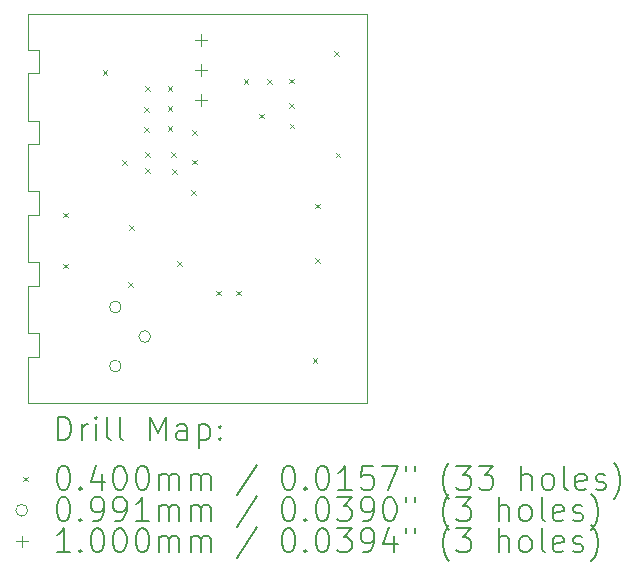
<source format=gbr>
%FSLAX45Y45*%
G04 Gerber Fmt 4.5, Leading zero omitted, Abs format (unit mm)*
G04 Created by KiCad (PCBNEW (6.0.1)) date 2022-06-08 13:51:18*
%MOMM*%
%LPD*%
G01*
G04 APERTURE LIST*
%TA.AperFunction,Profile*%
%ADD10C,0.100000*%
%TD*%
%ADD11C,0.200000*%
%ADD12C,0.040000*%
%ADD13C,0.099060*%
%ADD14C,0.100000*%
G04 APERTURE END LIST*
D10*
X12790000Y-7490000D02*
X12790000Y-7190000D01*
X12790000Y-9290000D02*
X12880000Y-9290000D01*
X12880000Y-9890000D02*
X12880000Y-10090000D01*
X12790000Y-7190000D02*
X15659400Y-7190000D01*
X12790000Y-8690000D02*
X12790000Y-8290000D01*
X12880000Y-8090000D02*
X12880000Y-8290000D01*
X12880000Y-9290000D02*
X12880000Y-9490000D01*
X12790000Y-9890000D02*
X12880000Y-9890000D01*
X15659400Y-7190000D02*
X15659400Y-10480000D01*
X12880000Y-7490000D02*
X12880000Y-7690000D01*
X12880000Y-8690000D02*
X12880000Y-8890000D01*
X12790000Y-10480000D02*
X12790000Y-10090000D01*
X12790000Y-8090000D02*
X12880000Y-8090000D01*
X12790000Y-9290000D02*
X12790000Y-8890000D01*
X12880000Y-8290000D02*
X12790000Y-8290000D01*
X12790000Y-8090000D02*
X12790000Y-7690000D01*
X12790000Y-7490000D02*
X12880000Y-7490000D01*
X12880000Y-7690000D02*
X12790000Y-7690000D01*
X12790000Y-9890000D02*
X12790000Y-9490000D01*
X12880000Y-8890000D02*
X12790000Y-8890000D01*
X15659400Y-10480000D02*
X12790000Y-10480000D01*
X12880000Y-10090000D02*
X12790000Y-10090000D01*
X12880000Y-9490000D02*
X12790000Y-9490000D01*
X12790000Y-8690000D02*
X12880000Y-8690000D01*
D11*
D12*
X13086400Y-8870000D02*
X13126400Y-8910000D01*
X13126400Y-8870000D02*
X13086400Y-8910000D01*
X13086400Y-9301800D02*
X13126400Y-9341800D01*
X13126400Y-9301800D02*
X13086400Y-9341800D01*
X13421000Y-7660000D02*
X13461000Y-7700000D01*
X13461000Y-7660000D02*
X13421000Y-7700000D01*
X13585000Y-8425000D02*
X13625000Y-8465000D01*
X13625000Y-8425000D02*
X13585000Y-8465000D01*
X13635000Y-9455000D02*
X13675000Y-9495000D01*
X13675000Y-9455000D02*
X13635000Y-9495000D01*
X13642000Y-8976000D02*
X13682000Y-9016000D01*
X13682000Y-8976000D02*
X13642000Y-9016000D01*
X13775000Y-7975000D02*
X13815000Y-8015000D01*
X13815000Y-7975000D02*
X13775000Y-8015000D01*
X13775000Y-8145000D02*
X13815000Y-8185000D01*
X13815000Y-8145000D02*
X13775000Y-8185000D01*
X13780000Y-7800000D02*
X13820000Y-7840000D01*
X13820000Y-7800000D02*
X13780000Y-7840000D01*
X13780000Y-8360000D02*
X13820000Y-8400000D01*
X13820000Y-8360000D02*
X13780000Y-8400000D01*
X13780000Y-8490000D02*
X13820000Y-8530000D01*
X13820000Y-8490000D02*
X13780000Y-8530000D01*
X13970000Y-7800000D02*
X14010000Y-7840000D01*
X14010000Y-7800000D02*
X13970000Y-7840000D01*
X13970000Y-7970000D02*
X14010000Y-8010000D01*
X14010000Y-7970000D02*
X13970000Y-8010000D01*
X13970000Y-8140000D02*
X14010000Y-8180000D01*
X14010000Y-8140000D02*
X13970000Y-8180000D01*
X14000000Y-8360000D02*
X14040000Y-8400000D01*
X14040000Y-8360000D02*
X14000000Y-8400000D01*
X14010000Y-8500000D02*
X14050000Y-8540000D01*
X14050000Y-8500000D02*
X14010000Y-8540000D01*
X14052000Y-9279000D02*
X14092000Y-9319000D01*
X14092000Y-9279000D02*
X14052000Y-9319000D01*
X14170000Y-8680000D02*
X14210000Y-8720000D01*
X14210000Y-8680000D02*
X14170000Y-8720000D01*
X14180000Y-8170000D02*
X14220000Y-8210000D01*
X14220000Y-8170000D02*
X14180000Y-8210000D01*
X14180000Y-8420000D02*
X14220000Y-8460000D01*
X14220000Y-8420000D02*
X14180000Y-8460000D01*
X14381800Y-9530400D02*
X14421800Y-9570400D01*
X14421800Y-9530400D02*
X14381800Y-9570400D01*
X14550000Y-9530000D02*
X14590000Y-9570000D01*
X14590000Y-9530000D02*
X14550000Y-9570000D01*
X14615000Y-7737000D02*
X14655000Y-7777000D01*
X14655000Y-7737000D02*
X14615000Y-7777000D01*
X14747600Y-8031800D02*
X14787600Y-8071800D01*
X14787600Y-8031800D02*
X14747600Y-8071800D01*
X14815000Y-7737000D02*
X14855000Y-7777000D01*
X14855000Y-7737000D02*
X14815000Y-7777000D01*
X14999000Y-7735000D02*
X15039000Y-7775000D01*
X15039000Y-7735000D02*
X14999000Y-7775000D01*
X15000000Y-7945000D02*
X15040000Y-7985000D01*
X15040000Y-7945000D02*
X15000000Y-7985000D01*
X15005000Y-8115000D02*
X15045000Y-8155000D01*
X15045000Y-8115000D02*
X15005000Y-8155000D01*
X15197500Y-10102500D02*
X15237500Y-10142500D01*
X15237500Y-10102500D02*
X15197500Y-10142500D01*
X15220000Y-8793800D02*
X15260000Y-8833800D01*
X15260000Y-8793800D02*
X15220000Y-8833800D01*
X15222000Y-9254000D02*
X15262000Y-9294000D01*
X15262000Y-9254000D02*
X15222000Y-9294000D01*
X15382000Y-7502000D02*
X15422000Y-7542000D01*
X15422000Y-7502000D02*
X15382000Y-7542000D01*
X15393000Y-8361000D02*
X15433000Y-8401000D01*
X15433000Y-8361000D02*
X15393000Y-8401000D01*
D13*
X13576980Y-9668100D02*
G75*
G03*
X13576980Y-9668100I-49530J0D01*
G01*
X13576980Y-10168100D02*
G75*
G03*
X13576980Y-10168100I-49530J0D01*
G01*
X13826980Y-9918100D02*
G75*
G03*
X13826980Y-9918100I-49530J0D01*
G01*
D14*
X14256500Y-7360500D02*
X14256500Y-7460500D01*
X14206500Y-7410500D02*
X14306500Y-7410500D01*
X14256500Y-7614500D02*
X14256500Y-7714500D01*
X14206500Y-7664500D02*
X14306500Y-7664500D01*
X14256500Y-7868500D02*
X14256500Y-7968500D01*
X14206500Y-7918500D02*
X14306500Y-7918500D01*
D11*
X13042619Y-10795476D02*
X13042619Y-10595476D01*
X13090238Y-10595476D01*
X13118809Y-10605000D01*
X13137857Y-10624048D01*
X13147381Y-10643095D01*
X13156905Y-10681190D01*
X13156905Y-10709762D01*
X13147381Y-10747857D01*
X13137857Y-10766905D01*
X13118809Y-10785952D01*
X13090238Y-10795476D01*
X13042619Y-10795476D01*
X13242619Y-10795476D02*
X13242619Y-10662143D01*
X13242619Y-10700238D02*
X13252143Y-10681190D01*
X13261667Y-10671667D01*
X13280714Y-10662143D01*
X13299762Y-10662143D01*
X13366428Y-10795476D02*
X13366428Y-10662143D01*
X13366428Y-10595476D02*
X13356905Y-10605000D01*
X13366428Y-10614524D01*
X13375952Y-10605000D01*
X13366428Y-10595476D01*
X13366428Y-10614524D01*
X13490238Y-10795476D02*
X13471190Y-10785952D01*
X13461667Y-10766905D01*
X13461667Y-10595476D01*
X13595000Y-10795476D02*
X13575952Y-10785952D01*
X13566428Y-10766905D01*
X13566428Y-10595476D01*
X13823571Y-10795476D02*
X13823571Y-10595476D01*
X13890238Y-10738333D01*
X13956905Y-10595476D01*
X13956905Y-10795476D01*
X14137857Y-10795476D02*
X14137857Y-10690714D01*
X14128333Y-10671667D01*
X14109286Y-10662143D01*
X14071190Y-10662143D01*
X14052143Y-10671667D01*
X14137857Y-10785952D02*
X14118809Y-10795476D01*
X14071190Y-10795476D01*
X14052143Y-10785952D01*
X14042619Y-10766905D01*
X14042619Y-10747857D01*
X14052143Y-10728810D01*
X14071190Y-10719286D01*
X14118809Y-10719286D01*
X14137857Y-10709762D01*
X14233095Y-10662143D02*
X14233095Y-10862143D01*
X14233095Y-10671667D02*
X14252143Y-10662143D01*
X14290238Y-10662143D01*
X14309286Y-10671667D01*
X14318809Y-10681190D01*
X14328333Y-10700238D01*
X14328333Y-10757381D01*
X14318809Y-10776429D01*
X14309286Y-10785952D01*
X14290238Y-10795476D01*
X14252143Y-10795476D01*
X14233095Y-10785952D01*
X14414048Y-10776429D02*
X14423571Y-10785952D01*
X14414048Y-10795476D01*
X14404524Y-10785952D01*
X14414048Y-10776429D01*
X14414048Y-10795476D01*
X14414048Y-10671667D02*
X14423571Y-10681190D01*
X14414048Y-10690714D01*
X14404524Y-10681190D01*
X14414048Y-10671667D01*
X14414048Y-10690714D01*
D12*
X12745000Y-11105000D02*
X12785000Y-11145000D01*
X12785000Y-11105000D02*
X12745000Y-11145000D01*
D11*
X13080714Y-11015476D02*
X13099762Y-11015476D01*
X13118809Y-11025000D01*
X13128333Y-11034524D01*
X13137857Y-11053571D01*
X13147381Y-11091667D01*
X13147381Y-11139286D01*
X13137857Y-11177381D01*
X13128333Y-11196428D01*
X13118809Y-11205952D01*
X13099762Y-11215476D01*
X13080714Y-11215476D01*
X13061667Y-11205952D01*
X13052143Y-11196428D01*
X13042619Y-11177381D01*
X13033095Y-11139286D01*
X13033095Y-11091667D01*
X13042619Y-11053571D01*
X13052143Y-11034524D01*
X13061667Y-11025000D01*
X13080714Y-11015476D01*
X13233095Y-11196428D02*
X13242619Y-11205952D01*
X13233095Y-11215476D01*
X13223571Y-11205952D01*
X13233095Y-11196428D01*
X13233095Y-11215476D01*
X13414048Y-11082143D02*
X13414048Y-11215476D01*
X13366428Y-11005952D02*
X13318809Y-11148810D01*
X13442619Y-11148810D01*
X13556905Y-11015476D02*
X13575952Y-11015476D01*
X13595000Y-11025000D01*
X13604524Y-11034524D01*
X13614048Y-11053571D01*
X13623571Y-11091667D01*
X13623571Y-11139286D01*
X13614048Y-11177381D01*
X13604524Y-11196428D01*
X13595000Y-11205952D01*
X13575952Y-11215476D01*
X13556905Y-11215476D01*
X13537857Y-11205952D01*
X13528333Y-11196428D01*
X13518809Y-11177381D01*
X13509286Y-11139286D01*
X13509286Y-11091667D01*
X13518809Y-11053571D01*
X13528333Y-11034524D01*
X13537857Y-11025000D01*
X13556905Y-11015476D01*
X13747381Y-11015476D02*
X13766428Y-11015476D01*
X13785476Y-11025000D01*
X13795000Y-11034524D01*
X13804524Y-11053571D01*
X13814048Y-11091667D01*
X13814048Y-11139286D01*
X13804524Y-11177381D01*
X13795000Y-11196428D01*
X13785476Y-11205952D01*
X13766428Y-11215476D01*
X13747381Y-11215476D01*
X13728333Y-11205952D01*
X13718809Y-11196428D01*
X13709286Y-11177381D01*
X13699762Y-11139286D01*
X13699762Y-11091667D01*
X13709286Y-11053571D01*
X13718809Y-11034524D01*
X13728333Y-11025000D01*
X13747381Y-11015476D01*
X13899762Y-11215476D02*
X13899762Y-11082143D01*
X13899762Y-11101190D02*
X13909286Y-11091667D01*
X13928333Y-11082143D01*
X13956905Y-11082143D01*
X13975952Y-11091667D01*
X13985476Y-11110714D01*
X13985476Y-11215476D01*
X13985476Y-11110714D02*
X13995000Y-11091667D01*
X14014048Y-11082143D01*
X14042619Y-11082143D01*
X14061667Y-11091667D01*
X14071190Y-11110714D01*
X14071190Y-11215476D01*
X14166428Y-11215476D02*
X14166428Y-11082143D01*
X14166428Y-11101190D02*
X14175952Y-11091667D01*
X14195000Y-11082143D01*
X14223571Y-11082143D01*
X14242619Y-11091667D01*
X14252143Y-11110714D01*
X14252143Y-11215476D01*
X14252143Y-11110714D02*
X14261667Y-11091667D01*
X14280714Y-11082143D01*
X14309286Y-11082143D01*
X14328333Y-11091667D01*
X14337857Y-11110714D01*
X14337857Y-11215476D01*
X14728333Y-11005952D02*
X14556905Y-11263095D01*
X14985476Y-11015476D02*
X15004524Y-11015476D01*
X15023571Y-11025000D01*
X15033095Y-11034524D01*
X15042619Y-11053571D01*
X15052143Y-11091667D01*
X15052143Y-11139286D01*
X15042619Y-11177381D01*
X15033095Y-11196428D01*
X15023571Y-11205952D01*
X15004524Y-11215476D01*
X14985476Y-11215476D01*
X14966428Y-11205952D01*
X14956905Y-11196428D01*
X14947381Y-11177381D01*
X14937857Y-11139286D01*
X14937857Y-11091667D01*
X14947381Y-11053571D01*
X14956905Y-11034524D01*
X14966428Y-11025000D01*
X14985476Y-11015476D01*
X15137857Y-11196428D02*
X15147381Y-11205952D01*
X15137857Y-11215476D01*
X15128333Y-11205952D01*
X15137857Y-11196428D01*
X15137857Y-11215476D01*
X15271190Y-11015476D02*
X15290238Y-11015476D01*
X15309286Y-11025000D01*
X15318809Y-11034524D01*
X15328333Y-11053571D01*
X15337857Y-11091667D01*
X15337857Y-11139286D01*
X15328333Y-11177381D01*
X15318809Y-11196428D01*
X15309286Y-11205952D01*
X15290238Y-11215476D01*
X15271190Y-11215476D01*
X15252143Y-11205952D01*
X15242619Y-11196428D01*
X15233095Y-11177381D01*
X15223571Y-11139286D01*
X15223571Y-11091667D01*
X15233095Y-11053571D01*
X15242619Y-11034524D01*
X15252143Y-11025000D01*
X15271190Y-11015476D01*
X15528333Y-11215476D02*
X15414048Y-11215476D01*
X15471190Y-11215476D02*
X15471190Y-11015476D01*
X15452143Y-11044048D01*
X15433095Y-11063095D01*
X15414048Y-11072619D01*
X15709286Y-11015476D02*
X15614048Y-11015476D01*
X15604524Y-11110714D01*
X15614048Y-11101190D01*
X15633095Y-11091667D01*
X15680714Y-11091667D01*
X15699762Y-11101190D01*
X15709286Y-11110714D01*
X15718809Y-11129762D01*
X15718809Y-11177381D01*
X15709286Y-11196428D01*
X15699762Y-11205952D01*
X15680714Y-11215476D01*
X15633095Y-11215476D01*
X15614048Y-11205952D01*
X15604524Y-11196428D01*
X15785476Y-11015476D02*
X15918809Y-11015476D01*
X15833095Y-11215476D01*
X15985476Y-11015476D02*
X15985476Y-11053571D01*
X16061667Y-11015476D02*
X16061667Y-11053571D01*
X16356905Y-11291667D02*
X16347381Y-11282143D01*
X16328333Y-11253571D01*
X16318809Y-11234524D01*
X16309286Y-11205952D01*
X16299762Y-11158333D01*
X16299762Y-11120238D01*
X16309286Y-11072619D01*
X16318809Y-11044048D01*
X16328333Y-11025000D01*
X16347381Y-10996429D01*
X16356905Y-10986905D01*
X16414048Y-11015476D02*
X16537857Y-11015476D01*
X16471190Y-11091667D01*
X16499762Y-11091667D01*
X16518809Y-11101190D01*
X16528333Y-11110714D01*
X16537857Y-11129762D01*
X16537857Y-11177381D01*
X16528333Y-11196428D01*
X16518809Y-11205952D01*
X16499762Y-11215476D01*
X16442619Y-11215476D01*
X16423571Y-11205952D01*
X16414048Y-11196428D01*
X16604524Y-11015476D02*
X16728333Y-11015476D01*
X16661667Y-11091667D01*
X16690238Y-11091667D01*
X16709286Y-11101190D01*
X16718809Y-11110714D01*
X16728333Y-11129762D01*
X16728333Y-11177381D01*
X16718809Y-11196428D01*
X16709286Y-11205952D01*
X16690238Y-11215476D01*
X16633095Y-11215476D01*
X16614048Y-11205952D01*
X16604524Y-11196428D01*
X16966429Y-11215476D02*
X16966429Y-11015476D01*
X17052143Y-11215476D02*
X17052143Y-11110714D01*
X17042619Y-11091667D01*
X17023571Y-11082143D01*
X16995000Y-11082143D01*
X16975952Y-11091667D01*
X16966429Y-11101190D01*
X17175952Y-11215476D02*
X17156905Y-11205952D01*
X17147381Y-11196428D01*
X17137857Y-11177381D01*
X17137857Y-11120238D01*
X17147381Y-11101190D01*
X17156905Y-11091667D01*
X17175952Y-11082143D01*
X17204524Y-11082143D01*
X17223571Y-11091667D01*
X17233095Y-11101190D01*
X17242619Y-11120238D01*
X17242619Y-11177381D01*
X17233095Y-11196428D01*
X17223571Y-11205952D01*
X17204524Y-11215476D01*
X17175952Y-11215476D01*
X17356905Y-11215476D02*
X17337857Y-11205952D01*
X17328333Y-11186905D01*
X17328333Y-11015476D01*
X17509286Y-11205952D02*
X17490238Y-11215476D01*
X17452143Y-11215476D01*
X17433095Y-11205952D01*
X17423571Y-11186905D01*
X17423571Y-11110714D01*
X17433095Y-11091667D01*
X17452143Y-11082143D01*
X17490238Y-11082143D01*
X17509286Y-11091667D01*
X17518810Y-11110714D01*
X17518810Y-11129762D01*
X17423571Y-11148810D01*
X17595000Y-11205952D02*
X17614048Y-11215476D01*
X17652143Y-11215476D01*
X17671190Y-11205952D01*
X17680714Y-11186905D01*
X17680714Y-11177381D01*
X17671190Y-11158333D01*
X17652143Y-11148810D01*
X17623571Y-11148810D01*
X17604524Y-11139286D01*
X17595000Y-11120238D01*
X17595000Y-11110714D01*
X17604524Y-11091667D01*
X17623571Y-11082143D01*
X17652143Y-11082143D01*
X17671190Y-11091667D01*
X17747381Y-11291667D02*
X17756905Y-11282143D01*
X17775952Y-11253571D01*
X17785476Y-11234524D01*
X17795000Y-11205952D01*
X17804524Y-11158333D01*
X17804524Y-11120238D01*
X17795000Y-11072619D01*
X17785476Y-11044048D01*
X17775952Y-11025000D01*
X17756905Y-10996429D01*
X17747381Y-10986905D01*
D13*
X12785000Y-11389000D02*
G75*
G03*
X12785000Y-11389000I-49530J0D01*
G01*
D11*
X13080714Y-11279476D02*
X13099762Y-11279476D01*
X13118809Y-11289000D01*
X13128333Y-11298524D01*
X13137857Y-11317571D01*
X13147381Y-11355667D01*
X13147381Y-11403286D01*
X13137857Y-11441381D01*
X13128333Y-11460428D01*
X13118809Y-11469952D01*
X13099762Y-11479476D01*
X13080714Y-11479476D01*
X13061667Y-11469952D01*
X13052143Y-11460428D01*
X13042619Y-11441381D01*
X13033095Y-11403286D01*
X13033095Y-11355667D01*
X13042619Y-11317571D01*
X13052143Y-11298524D01*
X13061667Y-11289000D01*
X13080714Y-11279476D01*
X13233095Y-11460428D02*
X13242619Y-11469952D01*
X13233095Y-11479476D01*
X13223571Y-11469952D01*
X13233095Y-11460428D01*
X13233095Y-11479476D01*
X13337857Y-11479476D02*
X13375952Y-11479476D01*
X13395000Y-11469952D01*
X13404524Y-11460428D01*
X13423571Y-11431857D01*
X13433095Y-11393762D01*
X13433095Y-11317571D01*
X13423571Y-11298524D01*
X13414048Y-11289000D01*
X13395000Y-11279476D01*
X13356905Y-11279476D01*
X13337857Y-11289000D01*
X13328333Y-11298524D01*
X13318809Y-11317571D01*
X13318809Y-11365190D01*
X13328333Y-11384238D01*
X13337857Y-11393762D01*
X13356905Y-11403286D01*
X13395000Y-11403286D01*
X13414048Y-11393762D01*
X13423571Y-11384238D01*
X13433095Y-11365190D01*
X13528333Y-11479476D02*
X13566428Y-11479476D01*
X13585476Y-11469952D01*
X13595000Y-11460428D01*
X13614048Y-11431857D01*
X13623571Y-11393762D01*
X13623571Y-11317571D01*
X13614048Y-11298524D01*
X13604524Y-11289000D01*
X13585476Y-11279476D01*
X13547381Y-11279476D01*
X13528333Y-11289000D01*
X13518809Y-11298524D01*
X13509286Y-11317571D01*
X13509286Y-11365190D01*
X13518809Y-11384238D01*
X13528333Y-11393762D01*
X13547381Y-11403286D01*
X13585476Y-11403286D01*
X13604524Y-11393762D01*
X13614048Y-11384238D01*
X13623571Y-11365190D01*
X13814048Y-11479476D02*
X13699762Y-11479476D01*
X13756905Y-11479476D02*
X13756905Y-11279476D01*
X13737857Y-11308048D01*
X13718809Y-11327095D01*
X13699762Y-11336619D01*
X13899762Y-11479476D02*
X13899762Y-11346143D01*
X13899762Y-11365190D02*
X13909286Y-11355667D01*
X13928333Y-11346143D01*
X13956905Y-11346143D01*
X13975952Y-11355667D01*
X13985476Y-11374714D01*
X13985476Y-11479476D01*
X13985476Y-11374714D02*
X13995000Y-11355667D01*
X14014048Y-11346143D01*
X14042619Y-11346143D01*
X14061667Y-11355667D01*
X14071190Y-11374714D01*
X14071190Y-11479476D01*
X14166428Y-11479476D02*
X14166428Y-11346143D01*
X14166428Y-11365190D02*
X14175952Y-11355667D01*
X14195000Y-11346143D01*
X14223571Y-11346143D01*
X14242619Y-11355667D01*
X14252143Y-11374714D01*
X14252143Y-11479476D01*
X14252143Y-11374714D02*
X14261667Y-11355667D01*
X14280714Y-11346143D01*
X14309286Y-11346143D01*
X14328333Y-11355667D01*
X14337857Y-11374714D01*
X14337857Y-11479476D01*
X14728333Y-11269952D02*
X14556905Y-11527095D01*
X14985476Y-11279476D02*
X15004524Y-11279476D01*
X15023571Y-11289000D01*
X15033095Y-11298524D01*
X15042619Y-11317571D01*
X15052143Y-11355667D01*
X15052143Y-11403286D01*
X15042619Y-11441381D01*
X15033095Y-11460428D01*
X15023571Y-11469952D01*
X15004524Y-11479476D01*
X14985476Y-11479476D01*
X14966428Y-11469952D01*
X14956905Y-11460428D01*
X14947381Y-11441381D01*
X14937857Y-11403286D01*
X14937857Y-11355667D01*
X14947381Y-11317571D01*
X14956905Y-11298524D01*
X14966428Y-11289000D01*
X14985476Y-11279476D01*
X15137857Y-11460428D02*
X15147381Y-11469952D01*
X15137857Y-11479476D01*
X15128333Y-11469952D01*
X15137857Y-11460428D01*
X15137857Y-11479476D01*
X15271190Y-11279476D02*
X15290238Y-11279476D01*
X15309286Y-11289000D01*
X15318809Y-11298524D01*
X15328333Y-11317571D01*
X15337857Y-11355667D01*
X15337857Y-11403286D01*
X15328333Y-11441381D01*
X15318809Y-11460428D01*
X15309286Y-11469952D01*
X15290238Y-11479476D01*
X15271190Y-11479476D01*
X15252143Y-11469952D01*
X15242619Y-11460428D01*
X15233095Y-11441381D01*
X15223571Y-11403286D01*
X15223571Y-11355667D01*
X15233095Y-11317571D01*
X15242619Y-11298524D01*
X15252143Y-11289000D01*
X15271190Y-11279476D01*
X15404524Y-11279476D02*
X15528333Y-11279476D01*
X15461667Y-11355667D01*
X15490238Y-11355667D01*
X15509286Y-11365190D01*
X15518809Y-11374714D01*
X15528333Y-11393762D01*
X15528333Y-11441381D01*
X15518809Y-11460428D01*
X15509286Y-11469952D01*
X15490238Y-11479476D01*
X15433095Y-11479476D01*
X15414048Y-11469952D01*
X15404524Y-11460428D01*
X15623571Y-11479476D02*
X15661667Y-11479476D01*
X15680714Y-11469952D01*
X15690238Y-11460428D01*
X15709286Y-11431857D01*
X15718809Y-11393762D01*
X15718809Y-11317571D01*
X15709286Y-11298524D01*
X15699762Y-11289000D01*
X15680714Y-11279476D01*
X15642619Y-11279476D01*
X15623571Y-11289000D01*
X15614048Y-11298524D01*
X15604524Y-11317571D01*
X15604524Y-11365190D01*
X15614048Y-11384238D01*
X15623571Y-11393762D01*
X15642619Y-11403286D01*
X15680714Y-11403286D01*
X15699762Y-11393762D01*
X15709286Y-11384238D01*
X15718809Y-11365190D01*
X15842619Y-11279476D02*
X15861667Y-11279476D01*
X15880714Y-11289000D01*
X15890238Y-11298524D01*
X15899762Y-11317571D01*
X15909286Y-11355667D01*
X15909286Y-11403286D01*
X15899762Y-11441381D01*
X15890238Y-11460428D01*
X15880714Y-11469952D01*
X15861667Y-11479476D01*
X15842619Y-11479476D01*
X15823571Y-11469952D01*
X15814048Y-11460428D01*
X15804524Y-11441381D01*
X15795000Y-11403286D01*
X15795000Y-11355667D01*
X15804524Y-11317571D01*
X15814048Y-11298524D01*
X15823571Y-11289000D01*
X15842619Y-11279476D01*
X15985476Y-11279476D02*
X15985476Y-11317571D01*
X16061667Y-11279476D02*
X16061667Y-11317571D01*
X16356905Y-11555667D02*
X16347381Y-11546143D01*
X16328333Y-11517571D01*
X16318809Y-11498524D01*
X16309286Y-11469952D01*
X16299762Y-11422333D01*
X16299762Y-11384238D01*
X16309286Y-11336619D01*
X16318809Y-11308048D01*
X16328333Y-11289000D01*
X16347381Y-11260428D01*
X16356905Y-11250905D01*
X16414048Y-11279476D02*
X16537857Y-11279476D01*
X16471190Y-11355667D01*
X16499762Y-11355667D01*
X16518809Y-11365190D01*
X16528333Y-11374714D01*
X16537857Y-11393762D01*
X16537857Y-11441381D01*
X16528333Y-11460428D01*
X16518809Y-11469952D01*
X16499762Y-11479476D01*
X16442619Y-11479476D01*
X16423571Y-11469952D01*
X16414048Y-11460428D01*
X16775952Y-11479476D02*
X16775952Y-11279476D01*
X16861667Y-11479476D02*
X16861667Y-11374714D01*
X16852143Y-11355667D01*
X16833095Y-11346143D01*
X16804524Y-11346143D01*
X16785476Y-11355667D01*
X16775952Y-11365190D01*
X16985476Y-11479476D02*
X16966429Y-11469952D01*
X16956905Y-11460428D01*
X16947381Y-11441381D01*
X16947381Y-11384238D01*
X16956905Y-11365190D01*
X16966429Y-11355667D01*
X16985476Y-11346143D01*
X17014048Y-11346143D01*
X17033095Y-11355667D01*
X17042619Y-11365190D01*
X17052143Y-11384238D01*
X17052143Y-11441381D01*
X17042619Y-11460428D01*
X17033095Y-11469952D01*
X17014048Y-11479476D01*
X16985476Y-11479476D01*
X17166429Y-11479476D02*
X17147381Y-11469952D01*
X17137857Y-11450905D01*
X17137857Y-11279476D01*
X17318810Y-11469952D02*
X17299762Y-11479476D01*
X17261667Y-11479476D01*
X17242619Y-11469952D01*
X17233095Y-11450905D01*
X17233095Y-11374714D01*
X17242619Y-11355667D01*
X17261667Y-11346143D01*
X17299762Y-11346143D01*
X17318810Y-11355667D01*
X17328333Y-11374714D01*
X17328333Y-11393762D01*
X17233095Y-11412809D01*
X17404524Y-11469952D02*
X17423571Y-11479476D01*
X17461667Y-11479476D01*
X17480714Y-11469952D01*
X17490238Y-11450905D01*
X17490238Y-11441381D01*
X17480714Y-11422333D01*
X17461667Y-11412809D01*
X17433095Y-11412809D01*
X17414048Y-11403286D01*
X17404524Y-11384238D01*
X17404524Y-11374714D01*
X17414048Y-11355667D01*
X17433095Y-11346143D01*
X17461667Y-11346143D01*
X17480714Y-11355667D01*
X17556905Y-11555667D02*
X17566429Y-11546143D01*
X17585476Y-11517571D01*
X17595000Y-11498524D01*
X17604524Y-11469952D01*
X17614048Y-11422333D01*
X17614048Y-11384238D01*
X17604524Y-11336619D01*
X17595000Y-11308048D01*
X17585476Y-11289000D01*
X17566429Y-11260428D01*
X17556905Y-11250905D01*
D14*
X12735000Y-11603000D02*
X12735000Y-11703000D01*
X12685000Y-11653000D02*
X12785000Y-11653000D01*
D11*
X13147381Y-11743476D02*
X13033095Y-11743476D01*
X13090238Y-11743476D02*
X13090238Y-11543476D01*
X13071190Y-11572048D01*
X13052143Y-11591095D01*
X13033095Y-11600619D01*
X13233095Y-11724428D02*
X13242619Y-11733952D01*
X13233095Y-11743476D01*
X13223571Y-11733952D01*
X13233095Y-11724428D01*
X13233095Y-11743476D01*
X13366428Y-11543476D02*
X13385476Y-11543476D01*
X13404524Y-11553000D01*
X13414048Y-11562524D01*
X13423571Y-11581571D01*
X13433095Y-11619667D01*
X13433095Y-11667286D01*
X13423571Y-11705381D01*
X13414048Y-11724428D01*
X13404524Y-11733952D01*
X13385476Y-11743476D01*
X13366428Y-11743476D01*
X13347381Y-11733952D01*
X13337857Y-11724428D01*
X13328333Y-11705381D01*
X13318809Y-11667286D01*
X13318809Y-11619667D01*
X13328333Y-11581571D01*
X13337857Y-11562524D01*
X13347381Y-11553000D01*
X13366428Y-11543476D01*
X13556905Y-11543476D02*
X13575952Y-11543476D01*
X13595000Y-11553000D01*
X13604524Y-11562524D01*
X13614048Y-11581571D01*
X13623571Y-11619667D01*
X13623571Y-11667286D01*
X13614048Y-11705381D01*
X13604524Y-11724428D01*
X13595000Y-11733952D01*
X13575952Y-11743476D01*
X13556905Y-11743476D01*
X13537857Y-11733952D01*
X13528333Y-11724428D01*
X13518809Y-11705381D01*
X13509286Y-11667286D01*
X13509286Y-11619667D01*
X13518809Y-11581571D01*
X13528333Y-11562524D01*
X13537857Y-11553000D01*
X13556905Y-11543476D01*
X13747381Y-11543476D02*
X13766428Y-11543476D01*
X13785476Y-11553000D01*
X13795000Y-11562524D01*
X13804524Y-11581571D01*
X13814048Y-11619667D01*
X13814048Y-11667286D01*
X13804524Y-11705381D01*
X13795000Y-11724428D01*
X13785476Y-11733952D01*
X13766428Y-11743476D01*
X13747381Y-11743476D01*
X13728333Y-11733952D01*
X13718809Y-11724428D01*
X13709286Y-11705381D01*
X13699762Y-11667286D01*
X13699762Y-11619667D01*
X13709286Y-11581571D01*
X13718809Y-11562524D01*
X13728333Y-11553000D01*
X13747381Y-11543476D01*
X13899762Y-11743476D02*
X13899762Y-11610143D01*
X13899762Y-11629190D02*
X13909286Y-11619667D01*
X13928333Y-11610143D01*
X13956905Y-11610143D01*
X13975952Y-11619667D01*
X13985476Y-11638714D01*
X13985476Y-11743476D01*
X13985476Y-11638714D02*
X13995000Y-11619667D01*
X14014048Y-11610143D01*
X14042619Y-11610143D01*
X14061667Y-11619667D01*
X14071190Y-11638714D01*
X14071190Y-11743476D01*
X14166428Y-11743476D02*
X14166428Y-11610143D01*
X14166428Y-11629190D02*
X14175952Y-11619667D01*
X14195000Y-11610143D01*
X14223571Y-11610143D01*
X14242619Y-11619667D01*
X14252143Y-11638714D01*
X14252143Y-11743476D01*
X14252143Y-11638714D02*
X14261667Y-11619667D01*
X14280714Y-11610143D01*
X14309286Y-11610143D01*
X14328333Y-11619667D01*
X14337857Y-11638714D01*
X14337857Y-11743476D01*
X14728333Y-11533952D02*
X14556905Y-11791095D01*
X14985476Y-11543476D02*
X15004524Y-11543476D01*
X15023571Y-11553000D01*
X15033095Y-11562524D01*
X15042619Y-11581571D01*
X15052143Y-11619667D01*
X15052143Y-11667286D01*
X15042619Y-11705381D01*
X15033095Y-11724428D01*
X15023571Y-11733952D01*
X15004524Y-11743476D01*
X14985476Y-11743476D01*
X14966428Y-11733952D01*
X14956905Y-11724428D01*
X14947381Y-11705381D01*
X14937857Y-11667286D01*
X14937857Y-11619667D01*
X14947381Y-11581571D01*
X14956905Y-11562524D01*
X14966428Y-11553000D01*
X14985476Y-11543476D01*
X15137857Y-11724428D02*
X15147381Y-11733952D01*
X15137857Y-11743476D01*
X15128333Y-11733952D01*
X15137857Y-11724428D01*
X15137857Y-11743476D01*
X15271190Y-11543476D02*
X15290238Y-11543476D01*
X15309286Y-11553000D01*
X15318809Y-11562524D01*
X15328333Y-11581571D01*
X15337857Y-11619667D01*
X15337857Y-11667286D01*
X15328333Y-11705381D01*
X15318809Y-11724428D01*
X15309286Y-11733952D01*
X15290238Y-11743476D01*
X15271190Y-11743476D01*
X15252143Y-11733952D01*
X15242619Y-11724428D01*
X15233095Y-11705381D01*
X15223571Y-11667286D01*
X15223571Y-11619667D01*
X15233095Y-11581571D01*
X15242619Y-11562524D01*
X15252143Y-11553000D01*
X15271190Y-11543476D01*
X15404524Y-11543476D02*
X15528333Y-11543476D01*
X15461667Y-11619667D01*
X15490238Y-11619667D01*
X15509286Y-11629190D01*
X15518809Y-11638714D01*
X15528333Y-11657762D01*
X15528333Y-11705381D01*
X15518809Y-11724428D01*
X15509286Y-11733952D01*
X15490238Y-11743476D01*
X15433095Y-11743476D01*
X15414048Y-11733952D01*
X15404524Y-11724428D01*
X15623571Y-11743476D02*
X15661667Y-11743476D01*
X15680714Y-11733952D01*
X15690238Y-11724428D01*
X15709286Y-11695857D01*
X15718809Y-11657762D01*
X15718809Y-11581571D01*
X15709286Y-11562524D01*
X15699762Y-11553000D01*
X15680714Y-11543476D01*
X15642619Y-11543476D01*
X15623571Y-11553000D01*
X15614048Y-11562524D01*
X15604524Y-11581571D01*
X15604524Y-11629190D01*
X15614048Y-11648238D01*
X15623571Y-11657762D01*
X15642619Y-11667286D01*
X15680714Y-11667286D01*
X15699762Y-11657762D01*
X15709286Y-11648238D01*
X15718809Y-11629190D01*
X15890238Y-11610143D02*
X15890238Y-11743476D01*
X15842619Y-11533952D02*
X15795000Y-11676809D01*
X15918809Y-11676809D01*
X15985476Y-11543476D02*
X15985476Y-11581571D01*
X16061667Y-11543476D02*
X16061667Y-11581571D01*
X16356905Y-11819667D02*
X16347381Y-11810143D01*
X16328333Y-11781571D01*
X16318809Y-11762524D01*
X16309286Y-11733952D01*
X16299762Y-11686333D01*
X16299762Y-11648238D01*
X16309286Y-11600619D01*
X16318809Y-11572048D01*
X16328333Y-11553000D01*
X16347381Y-11524428D01*
X16356905Y-11514905D01*
X16414048Y-11543476D02*
X16537857Y-11543476D01*
X16471190Y-11619667D01*
X16499762Y-11619667D01*
X16518809Y-11629190D01*
X16528333Y-11638714D01*
X16537857Y-11657762D01*
X16537857Y-11705381D01*
X16528333Y-11724428D01*
X16518809Y-11733952D01*
X16499762Y-11743476D01*
X16442619Y-11743476D01*
X16423571Y-11733952D01*
X16414048Y-11724428D01*
X16775952Y-11743476D02*
X16775952Y-11543476D01*
X16861667Y-11743476D02*
X16861667Y-11638714D01*
X16852143Y-11619667D01*
X16833095Y-11610143D01*
X16804524Y-11610143D01*
X16785476Y-11619667D01*
X16775952Y-11629190D01*
X16985476Y-11743476D02*
X16966429Y-11733952D01*
X16956905Y-11724428D01*
X16947381Y-11705381D01*
X16947381Y-11648238D01*
X16956905Y-11629190D01*
X16966429Y-11619667D01*
X16985476Y-11610143D01*
X17014048Y-11610143D01*
X17033095Y-11619667D01*
X17042619Y-11629190D01*
X17052143Y-11648238D01*
X17052143Y-11705381D01*
X17042619Y-11724428D01*
X17033095Y-11733952D01*
X17014048Y-11743476D01*
X16985476Y-11743476D01*
X17166429Y-11743476D02*
X17147381Y-11733952D01*
X17137857Y-11714905D01*
X17137857Y-11543476D01*
X17318810Y-11733952D02*
X17299762Y-11743476D01*
X17261667Y-11743476D01*
X17242619Y-11733952D01*
X17233095Y-11714905D01*
X17233095Y-11638714D01*
X17242619Y-11619667D01*
X17261667Y-11610143D01*
X17299762Y-11610143D01*
X17318810Y-11619667D01*
X17328333Y-11638714D01*
X17328333Y-11657762D01*
X17233095Y-11676809D01*
X17404524Y-11733952D02*
X17423571Y-11743476D01*
X17461667Y-11743476D01*
X17480714Y-11733952D01*
X17490238Y-11714905D01*
X17490238Y-11705381D01*
X17480714Y-11686333D01*
X17461667Y-11676809D01*
X17433095Y-11676809D01*
X17414048Y-11667286D01*
X17404524Y-11648238D01*
X17404524Y-11638714D01*
X17414048Y-11619667D01*
X17433095Y-11610143D01*
X17461667Y-11610143D01*
X17480714Y-11619667D01*
X17556905Y-11819667D02*
X17566429Y-11810143D01*
X17585476Y-11781571D01*
X17595000Y-11762524D01*
X17604524Y-11733952D01*
X17614048Y-11686333D01*
X17614048Y-11648238D01*
X17604524Y-11600619D01*
X17595000Y-11572048D01*
X17585476Y-11553000D01*
X17566429Y-11524428D01*
X17556905Y-11514905D01*
M02*

</source>
